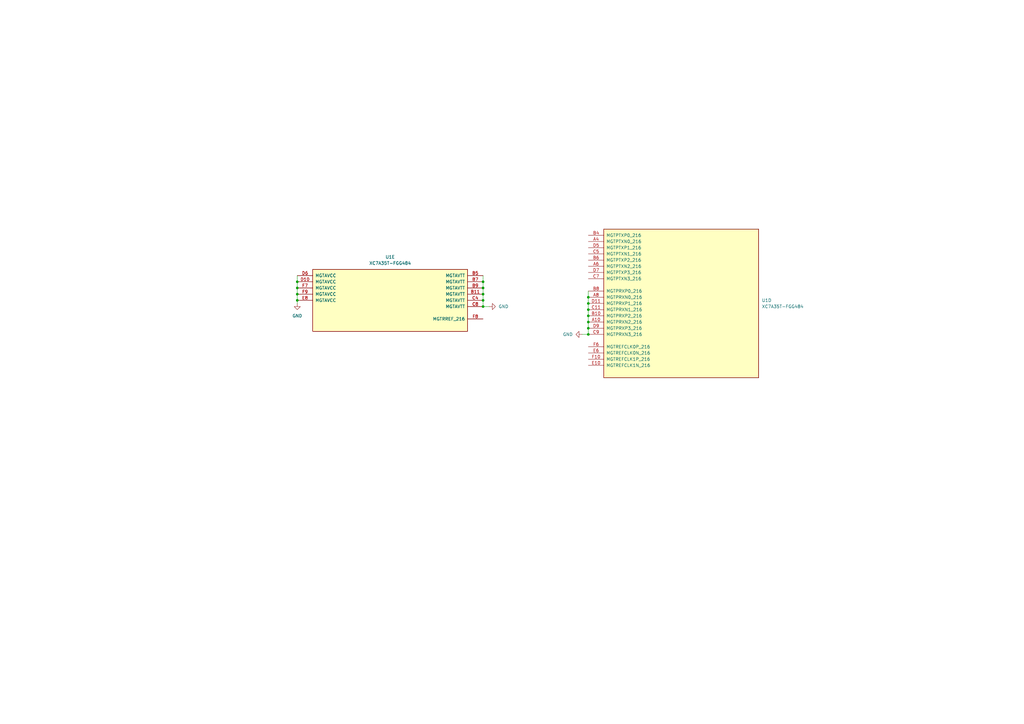
<source format=kicad_sch>
(kicad_sch (version 20230121) (generator eeschema)
  (paper "A3")
  (lib_symbols
    (symbol "FPGA_Xilinx_Artix7:XC7A35T-FGG484" (pin_names (offset 1.016))
      (property "Reference" "U" (at 0 1.27 0))
      (property "Value" "XC7A35T-FGG484" (at 0 -1.27 0))
      (symbol "XC7A35T-FGG484_1_1"
        (rectangle (start -44.45 67.31) (end 44.45 -73.66) (stroke (width 0.254)) (fill (type background)))
        (pin power_in line (at -40.64 73.66 270) (length 6.35) (name "VCCO_13") (number "AA17"))
        (pin bidirectional line (at 50.8 -30.48 180) (length 6.35) (name "IO_L17P_T2_A14_D30_14") (number "AA18"))
        (pin bidirectional line (at 50.8 -20.32 180) (length 6.35) (name "IO_L15P_T2_DQS_RDWR_B_14") (number "AA19"))
        (pin bidirectional line (at 50.8 15.24 180) (length 6.35) (name "IO_L8P_T1_D11_14") (number "AA20"))
        (pin bidirectional line (at 50.8 12.7 180) (length 6.35) (name "IO_L8N_T1_D12_14") (number "AA21"))
        (pin power_in line (at -38.1 73.66 270) (length 6.35) (name "VCCO_13") (number "AB14"))
        (pin bidirectional line (at 50.8 -33.02 180) (length 6.35) (name "IO_L17N_T2_A13_D29_14") (number "AB18"))
        (pin bidirectional line (at 50.8 -22.86 180) (length 6.35) (name "IO_L15N_T2_DQS_DOUT_CSO_B_14") (number "AB20"))
        (pin bidirectional line (at 50.8 5.08 180) (length 6.35) (name "IO_L10P_T1_D14_14") (number "AB21"))
        (pin bidirectional line (at 50.8 2.54 180) (length 6.35) (name "IO_L10N_T1_D15_14") (number "AB22"))
        (pin power_in line (at 27.94 73.66 270) (length 6.35) (name "VCCO_14") (number "M14"))
        (pin bidirectional line (at 50.8 -60.96 180) (length 6.35) (name "IO_L23P_T3_A03_D19_14") (number "N13"))
        (pin bidirectional line (at 50.8 -63.5 180) (length 6.35) (name "IO_L23N_T3_A02_D18_14") (number "N14"))
        (pin bidirectional line (at 50.8 -71.12 180) (length 6.35) (name "IO_25_14") (number "N15"))
        (pin bidirectional line (at 50.8 -50.8 180) (length 6.35) (name "IO_L21P_T3_DQS_14") (number "N17"))
        (pin bidirectional line (at 50.8 -40.64 180) (length 6.35) (name "IO_L19P_T3_A10_D26_14") (number "P14"))
        (pin bidirectional line (at 50.8 -55.88 180) (length 6.35) (name "IO_L22P_T3_A05_D21_14") (number "P15"))
        (pin bidirectional line (at 50.8 -66.04 180) (length 6.35) (name "IO_L24P_T3_A01_D17_14") (number "P16"))
        (pin bidirectional line (at 50.8 -53.34 180) (length 6.35) (name "IO_L21N_T3_DQS_A06_D22_14") (number "P17"))
        (pin power_in line (at 30.48 73.66 270) (length 6.35) (name "VCCO_14") (number "P18"))
        (pin bidirectional line (at 50.8 30.48 180) (length 6.35) (name "IO_L5P_T0_D06_14") (number "P19"))
        (pin bidirectional line (at 50.8 53.34 180) (length 6.35) (name "IO_0_14") (number "P20"))
        (pin bidirectional line (at 50.8 45.72 180) (length 6.35) (name "IO_L2P_T0_D02_14") (number "P21"))
        (pin bidirectional line (at 50.8 50.8 180) (length 6.35) (name "IO_L1P_T0_D00_MOSI_14") (number "P22"))
        (pin bidirectional line (at 50.8 -43.18 180) (length 6.35) (name "IO_L19N_T3_A09_D25_VREF_14") (number "R14"))
        (pin power_in line (at 33.02 73.66 270) (length 6.35) (name "VCCO_14") (number "R15"))
        (pin bidirectional line (at 50.8 -58.42 180) (length 6.35) (name "IO_L22N_T3_A04_D20_14") (number "R16"))
        (pin bidirectional line (at 50.8 -68.58 180) (length 6.35) (name "IO_L24N_T3_A00_D16_14") (number "R17"))
        (pin bidirectional line (at 50.8 -45.72 180) (length 6.35) (name "IO_L20P_T3_A08_D24_14") (number "R18"))
        (pin bidirectional line (at 50.8 27.94 180) (length 6.35) (name "IO_L5N_T0_D07_14") (number "R19"))
        (pin bidirectional line (at 50.8 43.18 180) (length 6.35) (name "IO_L2N_T0_D03_14") (number "R21"))
        (pin bidirectional line (at 50.8 48.26 180) (length 6.35) (name "IO_L1N_T0_D01_DIN_14") (number "R22"))
        (pin bidirectional line (at 50.8 -48.26 180) (length 6.35) (name "IO_L20N_T3_A07_D23_14") (number "T18"))
        (pin bidirectional line (at 50.8 25.4 180) (length 6.35) (name "IO_L6P_T0_FCS_B_14") (number "T19"))
        (pin bidirectional line (at 50.8 22.86 180) (length 6.35) (name "IO_L6N_T0_D08_VREF_14") (number "T20"))
        (pin bidirectional line (at 50.8 35.56 180) (length 6.35) (name "IO_L4P_T0_D04_14") (number "T21"))
        (pin power_in line (at 35.56 73.66 270) (length 6.35) (name "VCCO_14") (number "T22"))
        (pin bidirectional line (at 50.8 -35.56 180) (length 6.35) (name "IO_L18P_T2_A12_D28_14") (number "U17"))
        (pin bidirectional line (at 50.8 -38.1 180) (length 6.35) (name "IO_L18N_T2_A11_D27_14") (number "U18"))
        (pin power_in line (at 38.1 73.66 270) (length 6.35) (name "VCCO_14") (number "U19"))
        (pin bidirectional line (at 50.8 0 180) (length 6.35) (name "IO_L11P_T1_SRCC_14") (number "U20"))
        (pin bidirectional line (at 50.8 33.02 180) (length 6.35) (name "IO_L4N_T0_D05_14") (number "U21"))
        (pin bidirectional line (at 50.8 40.64 180) (length 6.35) (name "IO_L3P_T0_DQS_PUDC_B_14") (number "U22"))
        (pin power_in line (at -35.56 73.66 270) (length 6.35) (name "VCCO_13") (number "V16"))
        (pin bidirectional line (at 50.8 -25.4 180) (length 6.35) (name "IO_L16P_T2_CSI_B_14") (number "V17"))
        (pin bidirectional line (at 50.8 -15.24 180) (length 6.35) (name "IO_L14P_T2_SRCC_14") (number "V18"))
        (pin bidirectional line (at 50.8 -17.78 180) (length 6.35) (name "IO_L14N_T2_SRCC_14") (number "V19"))
        (pin bidirectional line (at 50.8 -2.54 180) (length 6.35) (name "IO_L11N_T1_SRCC_14") (number "V20"))
        (pin bidirectional line (at 50.8 38.1 180) (length 6.35) (name "IO_L3N_T0_DQS_EMCCLK_14") (number "V22"))
        (pin power_in line (at -33.02 73.66 270) (length 6.35) (name "VCCO_13") (number "W13"))
        (pin bidirectional line (at 50.8 -27.94 180) (length 6.35) (name "IO_L16N_T2_A15_D31_14") (number "W17"))
        (pin bidirectional line (at 50.8 -5.08 180) (length 6.35) (name "IO_L12P_T1_MRCC_14") (number "W19"))
        (pin bidirectional line (at 50.8 -7.62 180) (length 6.35) (name "IO_L12N_T1_MRCC_14") (number "W20"))
        (pin bidirectional line (at 50.8 20.32 180) (length 6.35) (name "IO_L7P_T1_D09_14") (number "W21"))
        (pin bidirectional line (at 50.8 17.78 180) (length 6.35) (name "IO_L7N_T1_D10_14") (number "W22"))
        (pin power_in line (at -30.48 73.66 270) (length 6.35) (name "VCCO_13") (number "Y10"))
        (pin bidirectional line (at 50.8 -10.16 180) (length 6.35) (name "IO_L13P_T2_MRCC_14") (number "Y18"))
        (pin bidirectional line (at 50.8 -12.7 180) (length 6.35) (name "IO_L13N_T2_MRCC_14") (number "Y19"))
        (pin power_in line (at 40.64 73.66 270) (length 6.35) (name "VCCO_14") (number "Y20"))
        (pin bidirectional line (at 50.8 10.16 180) (length 6.35) (name "IO_L9P_T1_DQS_14") (number "Y21"))
        (pin bidirectional line (at 50.8 7.62 180) (length 6.35) (name "IO_L9N_T1_DQS_D13_14") (number "Y22"))
      )
      (symbol "XC7A35T-FGG484_2_1"
        (rectangle (start -44.45 67.31) (end 44.45 -73.66) (stroke (width 0.254)) (fill (type background)))
        (pin bidirectional line (at 50.8 5.08 180) (length 6.35) (name "IO_L10P_T1_16") (number "A13"))
        (pin bidirectional line (at 50.8 2.54 180) (length 6.35) (name "IO_L10N_T1_16") (number "A14"))
        (pin bidirectional line (at 50.8 10.16 180) (length 6.35) (name "IO_L9P_T1_DQS_16") (number "A15"))
        (pin bidirectional line (at 50.8 7.62 180) (length 6.35) (name "IO_L9N_T1_DQS_16") (number "A16"))
        (pin power_in line (at 27.94 73.66 270) (length 6.35) (name "VCCO_16") (number "A17"))
        (pin bidirectional line (at 50.8 -30.48 180) (length 6.35) (name "IO_L17P_T2_16") (number "A18"))
        (pin bidirectional line (at 50.8 -33.02 180) (length 6.35) (name "IO_L17N_T2_16") (number "A19"))
        (pin bidirectional line (at 50.8 -27.94 180) (length 6.35) (name "IO_L16N_T2_16") (number "A20"))
        (pin bidirectional line (at 50.8 -53.34 180) (length 6.35) (name "IO_L21N_T3_DQS_16") (number "A21"))
        (pin bidirectional line (at 50.8 12.7 180) (length 6.35) (name "IO_L8N_T1_16") (number "B13"))
        (pin power_in line (at 30.48 73.66 270) (length 6.35) (name "VCCO_16") (number "B14"))
        (pin bidirectional line (at 50.8 20.32 180) (length 6.35) (name "IO_L7P_T1_16") (number "B15"))
        (pin bidirectional line (at 50.8 17.78 180) (length 6.35) (name "IO_L7N_T1_16") (number "B16"))
        (pin bidirectional line (at 50.8 0 180) (length 6.35) (name "IO_L11P_T1_SRCC_16") (number "B17"))
        (pin bidirectional line (at 50.8 -2.54 180) (length 6.35) (name "IO_L11N_T1_SRCC_16") (number "B18"))
        (pin bidirectional line (at 50.8 -25.4 180) (length 6.35) (name "IO_L16P_T2_16") (number "B20"))
        (pin bidirectional line (at 50.8 -50.8 180) (length 6.35) (name "IO_L21P_T3_DQS_16") (number "B21"))
        (pin bidirectional line (at 50.8 -48.26 180) (length 6.35) (name "IO_L20N_T3_16") (number "B22"))
        (pin bidirectional line (at 50.8 15.24 180) (length 6.35) (name "IO_L8P_T1_16") (number "C13"))
        (pin bidirectional line (at 50.8 40.64 180) (length 6.35) (name "IO_L3P_T0_DQS_16") (number "C14"))
        (pin bidirectional line (at 50.8 38.1 180) (length 6.35) (name "IO_L3N_T0_DQS_16") (number "C15"))
        (pin bidirectional line (at 50.8 -7.62 180) (length 6.35) (name "IO_L12N_T1_MRCC_16") (number "C17"))
        (pin bidirectional line (at 50.8 -10.16 180) (length 6.35) (name "IO_L13P_T2_MRCC_16") (number "C18"))
        (pin bidirectional line (at 50.8 -12.7 180) (length 6.35) (name "IO_L13N_T2_MRCC_16") (number "C19"))
        (pin bidirectional line (at 50.8 -43.18 180) (length 6.35) (name "IO_L19N_T3_VREF_16") (number "C20"))
        (pin power_in line (at 33.02 73.66 270) (length 6.35) (name "VCCO_16") (number "C21"))
        (pin bidirectional line (at 50.8 -45.72 180) (length 6.35) (name "IO_L20P_T3_16") (number "C22"))
        (pin bidirectional line (at 50.8 25.4 180) (length 6.35) (name "IO_L6P_T0_16") (number "D14"))
        (pin bidirectional line (at 50.8 22.86 180) (length 6.35) (name "IO_L6N_T0_VREF_16") (number "D15"))
        (pin bidirectional line (at 50.8 27.94 180) (length 6.35) (name "IO_L5N_T0_16") (number "D16"))
        (pin bidirectional line (at 50.8 -5.08 180) (length 6.35) (name "IO_L12P_T1_MRCC_16") (number "D17"))
        (pin power_in line (at 35.56 73.66 270) (length 6.35) (name "VCCO_16") (number "D18"))
        (pin bidirectional line (at 50.8 -17.78 180) (length 6.35) (name "IO_L14N_T2_SRCC_16") (number "D19"))
        (pin bidirectional line (at 50.8 -40.64 180) (length 6.35) (name "IO_L19P_T3_16") (number "D20"))
        (pin bidirectional line (at 50.8 -63.5 180) (length 6.35) (name "IO_L23N_T3_16") (number "D21"))
        (pin bidirectional line (at 50.8 -58.42 180) (length 6.35) (name "IO_L22N_T3_16") (number "D22"))
        (pin bidirectional line (at 50.8 35.56 180) (length 6.35) (name "IO_L4P_T0_16") (number "E13"))
        (pin bidirectional line (at 50.8 33.02 180) (length 6.35) (name "IO_L4N_T0_16") (number "E14"))
        (pin power_in line (at 38.1 73.66 270) (length 6.35) (name "VCCO_16") (number "E15"))
        (pin bidirectional line (at 50.8 30.48 180) (length 6.35) (name "IO_L5P_T0_16") (number "E16"))
        (pin bidirectional line (at 50.8 43.18 180) (length 6.35) (name "IO_L2N_T0_16") (number "E17"))
        (pin bidirectional line (at 50.8 -22.86 180) (length 6.35) (name "IO_L15N_T2_DQS_16") (number "E18"))
        (pin bidirectional line (at 50.8 -15.24 180) (length 6.35) (name "IO_L14P_T2_SRCC_16") (number "E19"))
        (pin bidirectional line (at 50.8 -60.96 180) (length 6.35) (name "IO_L23P_T3_16") (number "E21"))
        (pin bidirectional line (at 50.8 -55.88 180) (length 6.35) (name "IO_L22P_T3_16") (number "E22"))
        (pin bidirectional line (at 50.8 50.8 180) (length 6.35) (name "IO_L1P_T0_16") (number "F13"))
        (pin bidirectional line (at 50.8 48.26 180) (length 6.35) (name "IO_L1N_T0_16") (number "F14"))
        (pin bidirectional line (at 50.8 53.34 180) (length 6.35) (name "IO_0_16") (number "F15"))
        (pin bidirectional line (at 50.8 45.72 180) (length 6.35) (name "IO_L2P_T0_16") (number "F16"))
        (pin bidirectional line (at 50.8 -20.32 180) (length 6.35) (name "IO_L15P_T2_DQS_16") (number "F18"))
        (pin bidirectional line (at 50.8 -35.56 180) (length 6.35) (name "IO_L18P_T2_16") (number "F19"))
        (pin bidirectional line (at 50.8 -38.1 180) (length 6.35) (name "IO_L18N_T2_16") (number "F20"))
        (pin bidirectional line (at 50.8 -71.12 180) (length 6.35) (name "IO_25_16") (number "F21"))
        (pin power_in line (at 40.64 73.66 270) (length 6.35) (name "VCCO_16") (number "F22"))
        (pin bidirectional line (at -50.8 48.26 0) (length 6.35) (name "IO_L1N_T0_AD0N_15") (number "G13"))
        (pin bidirectional line (at -50.8 45.72 0) (length 6.35) (name "IO_L2P_T0_AD8P_15") (number "G15"))
        (pin bidirectional line (at -50.8 43.18 0) (length 6.35) (name "IO_L2N_T0_AD8N_15") (number "G16"))
        (pin bidirectional line (at -50.8 35.56 0) (length 6.35) (name "IO_L4P_T0_15") (number "G17"))
        (pin bidirectional line (at -50.8 33.02 0) (length 6.35) (name "IO_L4N_T0_15") (number "G18"))
        (pin power_in line (at -40.64 73.66 270) (length 6.35) (name "VCCO_15") (number "G19"))
        (pin bidirectional line (at -50.8 12.7 0) (length 6.35) (name "IO_L8N_T1_AD10N_15") (number "G20"))
        (pin bidirectional line (at 50.8 -66.04 180) (length 6.35) (name "IO_L24P_T3_16") (number "G21"))
        (pin bidirectional line (at 50.8 -68.58 180) (length 6.35) (name "IO_L24N_T3_16") (number "G22"))
        (pin bidirectional line (at -50.8 50.8 0) (length 6.35) (name "IO_L1P_T0_AD0P_15") (number "H13"))
        (pin bidirectional line (at -50.8 38.1 0) (length 6.35) (name "IO_L3N_T0_DQS_AD1N_15") (number "H14"))
        (pin bidirectional line (at -50.8 27.94 0) (length 6.35) (name "IO_L5N_T0_AD9N_15") (number "H15"))
        (pin power_in line (at -38.1 73.66 270) (length 6.35) (name "VCCO_15") (number "H16"))
        (pin bidirectional line (at -50.8 25.4 0) (length 6.35) (name "IO_L6P_T0_15") (number "H17"))
        (pin bidirectional line (at -50.8 22.86 0) (length 6.35) (name "IO_L6N_T0_VREF_15") (number "H18"))
        (pin bidirectional line (at -50.8 -7.62 0) (length 6.35) (name "IO_L12N_T1_MRCC_15") (number "H19"))
        (pin bidirectional line (at -50.8 15.24 0) (length 6.35) (name "IO_L8P_T1_AD10P_15") (number "H20"))
        (pin bidirectional line (at -50.8 17.78 0) (length 6.35) (name "IO_L7N_T1_AD2N_15") (number "H22"))
        (pin power_in line (at -35.56 73.66 270) (length 6.35) (name "VCCO_15") (number "J13"))
        (pin bidirectional line (at -50.8 40.64 0) (length 6.35) (name "IO_L3P_T0_DQS_AD1P_15") (number "J14"))
        (pin bidirectional line (at -50.8 30.48 0) (length 6.35) (name "IO_L5P_T0_AD9P_15") (number "J15"))
        (pin bidirectional line (at -50.8 53.34 0) (length 6.35) (name "IO_0_15") (number "J16"))
        (pin bidirectional line (at -50.8 -53.34 0) (length 6.35) (name "IO_L21N_T3_DQS_A18_15") (number "J17"))
        (pin bidirectional line (at -50.8 -5.08 0) (length 6.35) (name "IO_L12P_T1_MRCC_15") (number "J19"))
        (pin bidirectional line (at -50.8 0 0) (length 6.35) (name "IO_L11P_T1_SRCC_15") (number "J20"))
        (pin bidirectional line (at -50.8 -2.54 0) (length 6.35) (name "IO_L11N_T1_SRCC_15") (number "J21"))
        (pin bidirectional line (at -50.8 20.32 0) (length 6.35) (name "IO_L7P_T1_AD2P_15") (number "J22"))
        (pin bidirectional line (at -50.8 -40.64 0) (length 6.35) (name "IO_L19P_T3_A22_15") (number "K13"))
        (pin bidirectional line (at -50.8 -43.18 0) (length 6.35) (name "IO_L19N_T3_A21_VREF_15") (number "K14"))
        (pin bidirectional line (at -50.8 -63.5 0) (length 6.35) (name "IO_L23N_T3_FWE_B_15") (number "K16"))
        (pin bidirectional line (at -50.8 -50.8 0) (length 6.35) (name "IO_L21P_T3_DQS_15") (number "K17"))
        (pin bidirectional line (at -50.8 -10.16 0) (length 6.35) (name "IO_L13P_T2_MRCC_15") (number "K18"))
        (pin bidirectional line (at -50.8 -12.7 0) (length 6.35) (name "IO_L13N_T2_MRCC_15") (number "K19"))
        (pin power_in line (at -33.02 73.66 270) (length 6.35) (name "VCCO_15") (number "K20"))
        (pin bidirectional line (at -50.8 10.16 0) (length 6.35) (name "IO_L9P_T1_DQS_AD3P_15") (number "K21"))
        (pin bidirectional line (at -50.8 7.62 0) (length 6.35) (name "IO_L9N_T1_DQS_AD3N_15") (number "K22"))
        (pin bidirectional line (at -50.8 -48.26 0) (length 6.35) (name "IO_L20N_T3_A19_15") (number "L13"))
        (pin bidirectional line (at -50.8 -55.88 0) (length 6.35) (name "IO_L22P_T3_A17_15") (number "L14"))
        (pin bidirectional line (at -50.8 -58.42 0) (length 6.35) (name "IO_L22N_T3_A16_15") (number "L15"))
        (pin bidirectional line (at -50.8 -60.96 0) (length 6.35) (name "IO_L23P_T3_FOE_B_15") (number "L16"))
        (pin power_in line (at -30.48 73.66 270) (length 6.35) (name "VCCO_15") (number "L17"))
        (pin bidirectional line (at -50.8 -27.94 0) (length 6.35) (name "IO_L16N_T2_A27_15") (number "L18"))
        (pin bidirectional line (at -50.8 -15.24 0) (length 6.35) (name "IO_L14P_T2_SRCC_15") (number "L19"))
        (pin bidirectional line (at -50.8 -17.78 0) (length 6.35) (name "IO_L14N_T2_SRCC_15") (number "L20"))
        (pin bidirectional line (at -50.8 2.54 0) (length 6.35) (name "IO_L10N_T1_AD11N_15") (number "L21"))
        (pin bidirectional line (at -50.8 -45.72 0) (length 6.35) (name "IO_L20P_T3_A20_15") (number "M13"))
        (pin bidirectional line (at -50.8 -66.04 0) (length 6.35) (name "IO_L24P_T3_RS1_15") (number "M15"))
        (pin bidirectional line (at -50.8 -68.58 0) (length 6.35) (name "IO_L24N_T3_RS0_15") (number "M16"))
        (pin bidirectional line (at -50.8 -71.12 0) (length 6.35) (name "IO_25_15") (number "M17"))
        (pin bidirectional line (at -50.8 -25.4 0) (length 6.35) (name "IO_L16P_T2_A28_15") (number "M18"))
        (pin bidirectional line (at -50.8 -38.1 0) (length 6.35) (name "IO_L18N_T2_A23_15") (number "M20"))
        (pin bidirectional line (at -50.8 5.08 0) (length 6.35) (name "IO_L10P_T1_AD11P_15") (number "M21"))
        (pin bidirectional line (at -50.8 -22.86 0) (length 6.35) (name "IO_L15N_T2_DQS_ADV_B_15") (number "M22"))
        (pin bidirectional line (at -50.8 -30.48 0) (length 6.35) (name "IO_L17P_T2_A26_15") (number "N18"))
        (pin bidirectional line (at -50.8 -33.02 0) (length 6.35) (name "IO_L17N_T2_A25_15") (number "N19"))
        (pin bidirectional line (at -50.8 -35.56 0) (length 6.35) (name "IO_L18P_T2_A24_15") (number "N20"))
        (pin power_in line (at -27.94 73.66 270) (length 6.35) (name "VCCO_15") (number "N21"))
        (pin bidirectional line (at -50.8 -20.32 0) (length 6.35) (name "IO_L15P_T2_DQS_15") (number "N22"))
      )
      (symbol "XC7A35T-FGG484_3_1"
        (rectangle (start -44.45 67.31) (end 44.45 -73.66) (stroke (width 0.254)) (fill (type background)))
        (pin bidirectional line (at 50.8 48.26 180) (length 6.35) (name "IO_L1N_T0_AD4N_35") (number "A1"))
        (pin bidirectional line (at -50.8 20.32 0) (length 6.35) (name "IO_L7P_T1_34") (number "AA1"))
        (pin bidirectional line (at -50.8 7.62 0) (length 6.35) (name "IO_L9N_T1_DQS_34") (number "AA3"))
        (pin bidirectional line (at -50.8 -2.54 0) (length 6.35) (name "IO_L11N_T1_SRCC_34") (number "AA4"))
        (pin bidirectional line (at -50.8 5.08 0) (length 6.35) (name "IO_L10P_T1_34") (number "AA5"))
        (pin bidirectional line (at -50.8 -38.1 0) (length 6.35) (name "IO_L18N_T2_34") (number "AA6"))
        (pin power_in line (at -40.64 73.66 270) (length 6.35) (name "VCCO_34") (number "AA7"))
        (pin bidirectional line (at -50.8 -55.88 0) (length 6.35) (name "IO_L22P_T3_34") (number "AA8"))
        (pin bidirectional line (at -50.8 17.78 0) (length 6.35) (name "IO_L7N_T1_34") (number "AB1"))
        (pin bidirectional line (at -50.8 12.7 0) (length 6.35) (name "IO_L8N_T1_34") (number "AB2"))
        (pin bidirectional line (at -50.8 15.24 0) (length 6.35) (name "IO_L8P_T1_34") (number "AB3"))
        (pin power_in line (at -38.1 73.66 270) (length 6.35) (name "VCCO_34") (number "AB4"))
        (pin bidirectional line (at -50.8 2.54 0) (length 6.35) (name "IO_L10N_T1_34") (number "AB5"))
        (pin bidirectional line (at -50.8 -48.26 0) (length 6.35) (name "IO_L20N_T3_34") (number "AB6"))
        (pin bidirectional line (at -50.8 -45.72 0) (length 6.35) (name "IO_L20P_T3_34") (number "AB7"))
        (pin bidirectional line (at -50.8 -58.42 0) (length 6.35) (name "IO_L22N_T3_34") (number "AB8"))
        (pin bidirectional line (at 50.8 50.8 180) (length 6.35) (name "IO_L1P_T0_AD4P_35") (number "B1"))
        (pin bidirectional line (at 50.8 43.18 180) (length 6.35) (name "IO_L2N_T0_AD12N_35") (number "B2"))
        (pin power_in line (at 27.94 73.66 270) (length 6.35) (name "VCCO_35") (number "C1"))
        (pin bidirectional line (at 50.8 45.72 180) (length 6.35) (name "IO_L2P_T0_AD12P_35") (number "C2"))
        (pin bidirectional line (at 50.8 38.1 180) (length 6.35) (name "IO_L3N_T0_DQS_AD5N_35") (number "D1"))
        (pin bidirectional line (at 50.8 33.02 180) (length 6.35) (name "IO_L4N_T0_35") (number "D2"))
        (pin bidirectional line (at 50.8 40.64 180) (length 6.35) (name "IO_L3P_T0_DQS_AD5P_35") (number "E1"))
        (pin bidirectional line (at 50.8 35.56 180) (length 6.35) (name "IO_L4P_T0_35") (number "E2"))
        (pin bidirectional line (at 50.8 22.86 180) (length 6.35) (name "IO_L6N_T0_VREF_35") (number "E3"))
        (pin bidirectional line (at 50.8 27.94 180) (length 6.35) (name "IO_L5N_T0_AD13N_35") (number "F1"))
        (pin power_in line (at 30.48 73.66 270) (length 6.35) (name "VCCO_35") (number "F2"))
        (pin bidirectional line (at 50.8 25.4 180) (length 6.35) (name "IO_L6P_T0_35") (number "F3"))
        (pin bidirectional line (at 50.8 53.34 180) (length 6.35) (name "IO_0_35") (number "F4"))
        (pin bidirectional line (at 50.8 30.48 180) (length 6.35) (name "IO_L5P_T0_AD13P_35") (number "G1"))
        (pin bidirectional line (at 50.8 12.7 180) (length 6.35) (name "IO_L8N_T1_AD14N_35") (number "G2"))
        (pin bidirectional line (at 50.8 -2.54 180) (length 6.35) (name "IO_L11N_T1_SRCC_35") (number "G3"))
        (pin bidirectional line (at 50.8 -7.62 180) (length 6.35) (name "IO_L12N_T1_MRCC_35") (number "G4"))
        (pin bidirectional line (at 50.8 15.24 180) (length 6.35) (name "IO_L8P_T1_AD14P_35") (number "H2"))
        (pin bidirectional line (at 50.8 0 180) (length 6.35) (name "IO_L11P_T1_SRCC_35") (number "H3"))
        (pin bidirectional line (at 50.8 -5.08 180) (length 6.35) (name "IO_L12P_T1_MRCC_35") (number "H4"))
        (pin bidirectional line (at 50.8 2.54 180) (length 6.35) (name "IO_L10N_T1_AD15N_35") (number "H5"))
        (pin power_in line (at 33.02 73.66 270) (length 6.35) (name "VCCO_35") (number "H6"))
        (pin bidirectional line (at 50.8 17.78 180) (length 6.35) (name "IO_L7N_T1_AD6N_35") (number "J1"))
        (pin bidirectional line (at 50.8 7.62 180) (length 6.35) (name "IO_L9N_T1_DQS_AD7N_35") (number "J2"))
        (pin power_in line (at 35.56 73.66 270) (length 6.35) (name "VCCO_35") (number "J3"))
        (pin bidirectional line (at 50.8 -12.7 180) (length 6.35) (name "IO_L13N_T2_MRCC_35") (number "J4"))
        (pin bidirectional line (at 50.8 5.08 180) (length 6.35) (name "IO_L10P_T1_AD15P_35") (number "J5"))
        (pin bidirectional line (at 50.8 -33.02 180) (length 6.35) (name "IO_L17N_T2_35") (number "J6"))
        (pin bidirectional line (at 50.8 20.32 180) (length 6.35) (name "IO_L7P_T1_AD6P_35") (number "K1"))
        (pin bidirectional line (at 50.8 10.16 180) (length 6.35) (name "IO_L9P_T1_DQS_AD7P_35") (number "K2"))
        (pin bidirectional line (at 50.8 -17.78 180) (length 6.35) (name "IO_L14N_T2_SRCC_35") (number "K3"))
        (pin bidirectional line (at 50.8 -10.16 180) (length 6.35) (name "IO_L13P_T2_MRCC_35") (number "K4"))
        (pin bidirectional line (at 50.8 -30.48 180) (length 6.35) (name "IO_L17P_T2_35") (number "K6"))
        (pin bidirectional line (at 50.8 -22.86 180) (length 6.35) (name "IO_L15N_T2_DQS_35") (number "L1"))
        (pin bidirectional line (at 50.8 -15.24 180) (length 6.35) (name "IO_L14P_T2_SRCC_35") (number "L3"))
        (pin bidirectional line (at 50.8 -38.1 180) (length 6.35) (name "IO_L18N_T2_35") (number "L4"))
        (pin bidirectional line (at 50.8 -35.56 180) (length 6.35) (name "IO_L18P_T2_35") (number "L5"))
        (pin bidirectional line (at 50.8 -71.12 180) (length 6.35) (name "IO_25_35") (number "L6"))
        (pin bidirectional line (at 50.8 -20.32 180) (length 6.35) (name "IO_L15P_T2_DQS_35") (number "M1"))
        (pin bidirectional line (at 50.8 -27.94 180) (length 6.35) (name "IO_L16N_T2_35") (number "M2"))
        (pin bidirectional line (at 50.8 -25.4 180) (length 6.35) (name "IO_L16P_T2_35") (number "M3"))
        (pin power_in line (at 38.1 73.66 270) (length 6.35) (name "VCCO_35") (number "M4"))
        (pin bidirectional line (at 50.8 -63.5 180) (length 6.35) (name "IO_L23N_T3_35") (number "M5"))
        (pin bidirectional line (at 50.8 -60.96 180) (length 6.35) (name "IO_L23P_T3_35") (number "M6"))
        (pin power_in line (at 40.64 73.66 270) (length 6.35) (name "VCCO_35") (number "N1"))
        (pin bidirectional line (at 50.8 -58.42 180) (length 6.35) (name "IO_L22N_T3_35") (number "N2"))
        (pin bidirectional line (at 50.8 -43.18 180) (length 6.35) (name "IO_L19N_T3_VREF_35") (number "N3"))
        (pin bidirectional line (at 50.8 -40.64 180) (length 6.35) (name "IO_L19P_T3_35") (number "N4"))
        (pin bidirectional line (at 50.8 -68.58 180) (length 6.35) (name "IO_L24N_T3_35") (number "N5"))
        (pin bidirectional line (at 50.8 -48.26 180) (length 6.35) (name "IO_L20N_T3_35") (number "P1"))
        (pin bidirectional line (at 50.8 -55.88 180) (length 6.35) (name "IO_L22P_T3_35") (number "P2"))
        (pin bidirectional line (at 50.8 -53.34 180) (length 6.35) (name "IO_L21N_T3_DQS_35") (number "P4"))
        (pin bidirectional line (at 50.8 -50.8 180) (length 6.35) (name "IO_L21P_T3_DQS_35") (number "P5"))
        (pin bidirectional line (at 50.8 -66.04 180) (length 6.35) (name "IO_L24P_T3_35") (number "P6"))
        (pin bidirectional line (at 50.8 -45.72 180) (length 6.35) (name "IO_L20P_T3_35") (number "R1"))
        (pin bidirectional line (at -50.8 38.1 0) (length 6.35) (name "IO_L3N_T0_DQS_34") (number "R2"))
        (pin bidirectional line (at -50.8 40.64 0) (length 6.35) (name "IO_L3P_T0_DQS_34") (number "R3"))
        (pin bidirectional line (at -50.8 -10.16 0) (length 6.35) (name "IO_L13P_T2_MRCC_34") (number "R4"))
        (pin power_in line (at -35.56 73.66 270) (length 6.35) (name "VCCO_34") (number "R5"))
        (pin bidirectional line (at -50.8 -30.48 0) (length 6.35) (name "IO_L17P_T2_34") (number "R6"))
        (pin bidirectional line (at -50.8 50.8 0) (length 6.35) (name "IO_L1P_T0_34") (number "T1"))
        (pin power_in line (at -33.02 73.66 270) (length 6.35) (name "VCCO_34") (number "T2"))
        (pin bidirectional line (at -50.8 53.34 0) (length 6.35) (name "IO_0_34") (number "T3"))
        (pin bidirectional line (at -50.8 -12.7 0) (length 6.35) (name "IO_L13N_T2_MRCC_34") (number "T4"))
        (pin bidirectional line (at -50.8 -15.24 0) (length 6.35) (name "IO_L14P_T2_SRCC_34") (number "T5"))
        (pin bidirectional line (at -50.8 -33.02 0) (length 6.35) (name "IO_L17N_T2_34") (number "T6"))
        (pin bidirectional line (at -50.8 48.26 0) (length 6.35) (name "IO_L1N_T0_34") (number "U1"))
        (pin bidirectional line (at -50.8 45.72 0) (length 6.35) (name "IO_L2P_T0_34") (number "U2"))
        (pin bidirectional line (at -50.8 25.4 0) (length 6.35) (name "IO_L6P_T0_34") (number "U3"))
        (pin bidirectional line (at -50.8 -17.78 0) (length 6.35) (name "IO_L14N_T2_SRCC_34") (number "U5"))
        (pin bidirectional line (at -50.8 -25.4 0) (length 6.35) (name "IO_L16P_T2_34") (number "U6"))
        (pin bidirectional line (at -50.8 -71.12 0) (length 6.35) (name "IO_25_34") (number "U7"))
        (pin bidirectional line (at -50.8 43.18 0) (length 6.35) (name "IO_L2N_T0_34") (number "V2"))
        (pin bidirectional line (at -50.8 22.86 0) (length 6.35) (name "IO_L6N_T0_VREF_34") (number "V3"))
        (pin bidirectional line (at -50.8 -5.08 0) (length 6.35) (name "IO_L12P_T1_MRCC_34") (number "V4"))
        (pin bidirectional line (at -50.8 -27.94 0) (length 6.35) (name "IO_L16N_T2_34") (number "V5"))
        (pin power_in line (at -30.48 73.66 270) (length 6.35) (name "VCCO_34") (number "V6"))
        (pin bidirectional line (at -50.8 -40.64 0) (length 6.35) (name "IO_L19P_T3_34") (number "V7"))
        (pin bidirectional line (at -50.8 -53.34 0) (length 6.35) (name "IO_L21N_T3_DQS_34") (number "V8"))
        (pin bidirectional line (at -50.8 -50.8 0) (length 6.35) (name "IO_L21P_T3_DQS_34") (number "V9"))
        (pin bidirectional line (at -50.8 30.48 0) (length 6.35) (name "IO_L5P_T0_34") (number "W1"))
        (pin bidirectional line (at -50.8 35.56 0) (length 6.35) (name "IO_L4P_T0_34") (number "W2"))
        (pin power_in line (at -27.94 73.66 270) (length 6.35) (name "VCCO_34") (number "W3"))
        (pin bidirectional line (at -50.8 -7.62 0) (length 6.35) (name "IO_L12N_T1_MRCC_34") (number "W4"))
        (pin bidirectional line (at -50.8 -22.86 0) (length 6.35) (name "IO_L15N_T2_DQS_34") (number "W5"))
        (pin bidirectional line (at -50.8 -20.32 0) (length 6.35) (name "IO_L15P_T2_DQS_34") (number "W6"))
        (pin bidirectional line (at -50.8 -43.18 0) (length 6.35) (name "IO_L19N_T3_VREF_34") (number "W7"))
        (pin bidirectional line (at -50.8 -66.04 0) (length 6.35) (name "IO_L24P_T3_34") (number "W9"))
        (pin bidirectional line (at -50.8 27.94 0) (length 6.35) (name "IO_L5N_T0_34") (number "Y1"))
        (pin bidirectional line (at -50.8 33.02 0) (length 6.35) (name "IO_L4N_T0_34") (number "Y2"))
        (pin bidirectional line (at -50.8 10.16 0) (length 6.35) (name "IO_L9P_T1_DQS_34") (number "Y3"))
        (pin bidirectional line (at -50.8 0 0) (length 6.35) (name "IO_L11P_T1_SRCC_34") (number "Y4"))
        (pin bidirectional line (at -50.8 -35.56 0) (length 6.35) (name "IO_L18P_T2_34") (number "Y6"))
        (pin bidirectional line (at -50.8 -63.5 0) (length 6.35) (name "IO_L23N_T3_34") (number "Y7"))
        (pin bidirectional line (at -50.8 -60.96 0) (length 6.35) (name "IO_L23P_T3_34") (number "Y8"))
        (pin bidirectional line (at -50.8 -68.58 0) (length 6.35) (name "IO_L24N_T3_34") (number "Y9"))
      )
      (symbol "XC7A35T-FGG484_4_1"
        (rectangle (start -31.75 30.48) (end 31.75 -30.48) (stroke (width 0.254)) (fill (type background)))
        (pin bidirectional line (at -38.1 -7.62 0) (length 6.35) (name "MGTPRXN2_216") (number "A10"))
        (pin bidirectional line (at -38.1 25.4 0) (length 6.35) (name "MGTPTXN0_216") (number "A4"))
        (pin bidirectional line (at -38.1 15.24 0) (length 6.35) (name "MGTPTXN2_216") (number "A6"))
        (pin bidirectional line (at -38.1 2.54 0) (length 6.35) (name "MGTPRXN0_216") (number "A8"))
        (pin bidirectional line (at -38.1 -5.08 0) (length 6.35) (name "MGTPRXP2_216") (number "B10"))
        (pin bidirectional line (at -38.1 27.94 0) (length 6.35) (name "MGTPTXP0_216") (number "B4"))
        (pin bidirectional line (at -38.1 17.78 0) (length 6.35) (name "MGTPTXP2_216") (number "B6"))
        (pin bidirectional line (at -38.1 5.08 0) (length 6.35) (name "MGTPRXP0_216") (number "B8"))
        (pin bidirectional line (at -38.1 -2.54 0) (length 6.35) (name "MGTPRXN1_216") (number "C11"))
        (pin bidirectional line (at -38.1 20.32 0) (length 6.35) (name "MGTPTXN1_216") (number "C5"))
        (pin bidirectional line (at -38.1 10.16 0) (length 6.35) (name "MGTPTXN3_216") (number "C7"))
        (pin bidirectional line (at -38.1 -12.7 0) (length 6.35) (name "MGTPRXN3_216") (number "C9"))
        (pin bidirectional line (at -38.1 0 0) (length 6.35) (name "MGTPRXP1_216") (number "D11"))
        (pin bidirectional line (at -38.1 22.86 0) (length 6.35) (name "MGTPTXP1_216") (number "D5"))
        (pin bidirectional line (at -38.1 12.7 0) (length 6.35) (name "MGTPTXP3_216") (number "D7"))
        (pin bidirectional line (at -38.1 -10.16 0) (length 6.35) (name "MGTPRXP3_216") (number "D9"))
        (pin bidirectional line (at -38.1 -25.4 0) (length 6.35) (name "MGTREFCLK1N_216") (number "E10"))
        (pin bidirectional line (at -38.1 -20.32 0) (length 6.35) (name "MGTREFCLK0N_216") (number "E6"))
        (pin bidirectional line (at -38.1 -22.86 0) (length 6.35) (name "MGTREFCLK1P_216") (number "F10"))
        (pin bidirectional line (at -38.1 -17.78 0) (length 6.35) (name "MGTREFCLK0P_216") (number "F6"))
      )
      (symbol "XC7A35T-FGG484_5_1"
        (rectangle (start -31.75 12.7) (end 31.75 -12.7) (stroke (width 0.254)) (fill (type background)))
        (pin power_in line (at 38.1 2.54 180) (length 6.35) (name "MGTAVTT") (number "B11"))
        (pin power_in line (at 38.1 10.16 180) (length 6.35) (name "MGTAVTT") (number "B5"))
        (pin power_in line (at 38.1 7.62 180) (length 6.35) (name "MGTAVTT") (number "B7"))
        (pin power_in line (at 38.1 5.08 180) (length 6.35) (name "MGTAVTT") (number "B9"))
        (pin power_in line (at 38.1 0 180) (length 6.35) (name "MGTAVTT") (number "C4"))
        (pin power_in line (at 38.1 -2.54 180) (length 6.35) (name "MGTAVTT") (number "C8"))
        (pin power_in line (at -38.1 7.62 0) (length 6.35) (name "MGTAVCC") (number "D10"))
        (pin power_in line (at -38.1 10.16 0) (length 6.35) (name "MGTAVCC") (number "D6"))
        (pin power_in line (at -38.1 0 0) (length 6.35) (name "MGTAVCC") (number "E8"))
        (pin power_in line (at -38.1 5.08 0) (length 6.35) (name "MGTAVCC") (number "F7"))
        (pin power_in line (at 38.1 -7.62 180) (length 6.35) (name "MGTRREF_216") (number "F8"))
        (pin power_in line (at -38.1 2.54 0) (length 6.35) (name "MGTAVCC") (number "F9"))
      )
      (symbol "XC7A35T-FGG484_6_1"
        (rectangle (start -31.75 34.29) (end 31.75 -40.64) (stroke (width 0.254)) (fill (type background)))
        (pin power_in line (at 25.4 40.64 270) (length 6.35) (name "VCCO_0") (number "F12"))
        (pin bidirectional line (at 38.1 -5.08 180) (length 6.35) (name "DONE_0") (number "G11"))
        (pin bidirectional line (at 38.1 -20.32 180) (length 6.35) (name "VP_0") (number "L10"))
        (pin bidirectional line (at 38.1 7.62 180) (length 6.35) (name "CCLK_0") (number "L12"))
        (pin bidirectional line (at 38.1 -30.48 180) (length 6.35) (name "VREFN_0") (number "L9"))
        (pin bidirectional line (at 38.1 -27.94 180) (length 6.35) (name "VREFP_0") (number "M10"))
        (pin bidirectional line (at 38.1 -22.86 180) (length 6.35) (name "VN_0") (number "M9"))
        (pin bidirectional line (at 38.1 -35.56 180) (length 6.35) (name "DXP_0") (number "N10"))
        (pin bidirectional line (at 38.1 -10.16 180) (length 6.35) (name "PROGRAM_B_0") (number "N12"))
        (pin bidirectional line (at 38.1 -38.1 180) (length 6.35) (name "DXN_0") (number "N9"))
        (pin bidirectional line (at 38.1 20.32 180) (length 6.35) (name "TDI_0") (number "R13"))
        (pin power_in line (at 27.94 40.64 270) (length 6.35) (name "VCCO_0") (number "T12"))
        (pin bidirectional line (at 38.1 15.24 180) (length 6.35) (name "TMS_0") (number "T13"))
        (pin bidirectional line (at 38.1 2.54 180) (length 6.35) (name "M1_0") (number "U10"))
        (pin bidirectional line (at 38.1 5.08 180) (length 6.35) (name "M0_0") (number "U11"))
        (pin bidirectional line (at 38.1 -7.62 180) (length 6.35) (name "INIT_B_0") (number "U12"))
        (pin bidirectional line (at 38.1 17.78 180) (length 6.35) (name "TDO_0") (number "U13"))
        (pin bidirectional line (at 38.1 -15.24 180) (length 6.35) (name "CFGBVS_0") (number "U8"))
        (pin bidirectional line (at 38.1 0 180) (length 6.35) (name "M2_0") (number "U9"))
        (pin bidirectional line (at 38.1 12.7 180) (length 6.35) (name "TCK_0") (number "V12"))
      )
      (symbol "XC7A35T-FGG484_7_1"
        (rectangle (start -19.05 76.2) (end 19.05 -76.2) (stroke (width 0.254)) (fill (type background)))
        (pin power_in line (at -25.4 22.86 0) (length 6.35) (name "GND") (number "A11"))
        (pin power_in line (at -25.4 20.32 0) (length 6.35) (name "GND") (number "A12"))
        (pin power_in line (at -25.4 35.56 0) (length 6.35) (name "GND") (number "A2"))
        (pin power_in line (at -25.4 17.78 0) (length 6.35) (name "GND") (number "A22"))
        (pin power_in line (at -25.4 33.02 0) (length 6.35) (name "GND") (number "A3"))
        (pin power_in line (at -25.4 30.48 0) (length 6.35) (name "GND") (number "A5"))
        (pin power_in line (at -25.4 27.94 0) (length 6.35) (name "GND") (number "A7"))
        (pin power_in line (at -25.4 25.4 0) (length 6.35) (name "GND") (number "A9"))
        (pin power_in line (at 25.4 -66.04 180) (length 6.35) (name "GND") (number "AA12"))
        (pin power_in line (at 25.4 -63.5 180) (length 6.35) (name "GND") (number "AA2"))
        (pin power_in line (at 25.4 -68.58 180) (length 6.35) (name "GND") (number "AA22"))
        (pin power_in line (at 25.4 -73.66 180) (length 6.35) (name "GND") (number "AB19"))
        (pin power_in line (at 25.4 -71.12 180) (length 6.35) (name "GND") (number "AB9"))
        (pin power_in line (at -25.4 12.7 0) (length 6.35) (name "GND") (number "B12"))
        (pin power_in line (at -25.4 10.16 0) (length 6.35) (name "GND") (number "B19"))
        (pin power_in line (at -25.4 15.24 0) (length 6.35) (name "GND") (number "B3"))
        (pin power_in line (at -25.4 2.54 0) (length 6.35) (name "GND") (number "C10"))
        (pin power_in line (at -25.4 0 0) (length 6.35) (name "GND") (number "C12"))
        (pin power_in line (at -25.4 -2.54 0) (length 6.35) (name "GND") (number "C16"))
        (pin power_in line (at -25.4 7.62 0) (length 6.35) (name "GND") (number "C3"))
        (pin power_in line (at -25.4 5.08 0) (length 6.35) (name "GND") (number "C6"))
        (pin power_in line (at -25.4 -12.7 0) (length 6.35) (name "GND") (number "D12"))
        (pin power_in line (at -25.4 -15.24 0) (length 6.35) (name "GND") (number "D13"))
        (pin power_in line (at -25.4 -5.08 0) (length 6.35) (name "GND") (number "D3"))
        (pin power_in line (at -25.4 -7.62 0) (length 6.35) (name "GND") (number "D4"))
        (pin power_in line (at -25.4 -10.16 0) (length 6.35) (name "GND") (number "D8"))
        (pin power_in line (at -25.4 -27.94 0) (length 6.35) (name "GND") (number "E11"))
        (pin power_in line (at -25.4 53.34 0) (length 6.35) (name "VCCBATT_0") (number "E12"))
        (pin power_in line (at -25.4 -30.48 0) (length 6.35) (name "GND") (number "E20"))
        (pin power_in line (at -25.4 -17.78 0) (length 6.35) (name "GND") (number "E4"))
        (pin power_in line (at -25.4 -20.32 0) (length 6.35) (name "GND") (number "E5"))
        (pin power_in line (at -25.4 -22.86 0) (length 6.35) (name "GND") (number "E7"))
        (pin power_in line (at -25.4 -25.4 0) (length 6.35) (name "GND") (number "E9"))
        (pin power_in line (at -25.4 -35.56 0) (length 6.35) (name "GND") (number "F11"))
        (pin power_in line (at -25.4 -38.1 0) (length 6.35) (name "GND") (number "F17"))
        (pin power_in line (at -25.4 -33.02 0) (length 6.35) (name "GND") (number "F5"))
        (pin power_in line (at -25.4 -53.34 0) (length 6.35) (name "GND") (number "G10"))
        (pin power_in line (at -25.4 -55.88 0) (length 6.35) (name "GND") (number "G12"))
        (pin power_in line (at -25.4 -58.42 0) (length 6.35) (name "GND") (number "G14"))
        (pin power_in line (at -25.4 -40.64 0) (length 6.35) (name "GND") (number "G5"))
        (pin power_in line (at -25.4 -43.18 0) (length 6.35) (name "GND") (number "G6"))
        (pin power_in line (at -25.4 -45.72 0) (length 6.35) (name "GND") (number "G7"))
        (pin power_in line (at -25.4 -48.26 0) (length 6.35) (name "GND") (number "G8"))
        (pin power_in line (at -25.4 -50.8 0) (length 6.35) (name "GND") (number "G9"))
        (pin power_in line (at -25.4 -60.96 0) (length 6.35) (name "GND") (number "H1"))
        (pin power_in line (at 25.4 71.12 180) (length 6.35) (name "VCCINT") (number "H10"))
        (pin power_in line (at -25.4 -68.58 0) (length 6.35) (name "GND") (number "H11"))
        (pin power_in line (at -25.4 73.66 0) (length 6.35) (name "VCCAUX") (number "H12"))
        (pin power_in line (at -25.4 -71.12 0) (length 6.35) (name "GND") (number "H21"))
        (pin power_in line (at -25.4 -63.5 0) (length 6.35) (name "GND") (number "H7"))
        (pin power_in line (at 25.4 73.66 180) (length 6.35) (name "VCCINT") (number "H8"))
        (pin power_in line (at -25.4 -66.04 0) (length 6.35) (name "GND") (number "H9"))
        (pin power_in line (at 25.4 33.02 180) (length 6.35) (name "GND") (number "J10"))
        (pin power_in line (at -25.4 50.8 0) (length 6.35) (name "VCCBRAM") (number "J11"))
        (pin power_in line (at 25.4 30.48 180) (length 6.35) (name "GND") (number "J12"))
        (pin power_in line (at 25.4 27.94 180) (length 6.35) (name "GND") (number "J18"))
        (pin power_in line (at 25.4 68.58 180) (length 6.35) (name "VCCINT") (number "J7"))
        (pin power_in line (at -25.4 -73.66 0) (length 6.35) (name "GND") (number "J8"))
        (pin power_in line (at 25.4 66.04 180) (length 6.35) (name "VCCINT") (number "J9"))
        (pin power_in line (at -25.4 55.88 0) (length 6.35) (name "VCCADC_0") (number "K10"))
        (pin power_in line (at 25.4 20.32 180) (length 6.35) (name "GND") (number "K11"))
        (pin power_in line (at -25.4 71.12 0) (length 6.35) (name "VCCAUX") (number "K12"))
        (pin power_in line (at 25.4 17.78 180) (length 6.35) (name "GND") (number "K15"))
        (pin power_in line (at 25.4 25.4 180) (length 6.35) (name "GND") (number "K5"))
        (pin power_in line (at 25.4 22.86 180) (length 6.35) (name "GND") (number "K7"))
        (pin power_in line (at 25.4 63.5 180) (length 6.35) (name "VCCINT") (number "K8"))
        (pin power_in line (at -25.4 58.42 0) (length 6.35) (name "GNDADC_0") (number "K9"))
        (pin power_in line (at -25.4 48.26 0) (length 6.35) (name "VCCBRAM") (number "L11"))
        (pin power_in line (at 25.4 15.24 180) (length 6.35) (name "GND") (number "L2"))
        (pin power_in line (at 25.4 10.16 180) (length 6.35) (name "GND") (number "L22"))
        (pin power_in line (at 25.4 60.96 180) (length 6.35) (name "VCCINT") (number "L7"))
        (pin power_in line (at 25.4 12.7 180) (length 6.35) (name "GND") (number "L8"))
        (pin power_in line (at 25.4 5.08 180) (length 6.35) (name "GND") (number "M11"))
        (pin power_in line (at -25.4 68.58 0) (length 6.35) (name "VCCAUX") (number "M12"))
        (pin power_in line (at 25.4 2.54 180) (length 6.35) (name "GND") (number "M19"))
        (pin power_in line (at 25.4 7.62 180) (length 6.35) (name "GND") (number "M7"))
        (pin power_in line (at 25.4 58.42 180) (length 6.35) (name "VCCINT") (number "M8"))
        (pin power_in line (at -25.4 45.72 0) (length 6.35) (name "VCCBRAM") (number "N11"))
        (pin power_in line (at 25.4 -5.08 180) (length 6.35) (name "GND") (number "N16"))
        (pin power_in line (at 25.4 0 180) (length 6.35) (name "GND") (number "N6"))
        (pin power_in line (at 25.4 55.88 180) (length 6.35) (name "VCCINT") (number "N7"))
        (pin power_in line (at 25.4 -2.54 180) (length 6.35) (name "GND") (number "N8"))
        (pin power_in line (at 25.4 50.8 180) (length 6.35) (name "VCCINT") (number "P10"))
        (pin power_in line (at 25.4 -15.24 180) (length 6.35) (name "GND") (number "P11"))
        (pin power_in line (at -25.4 66.04 0) (length 6.35) (name "VCCAUX") (number "P12"))
        (pin power_in line (at 25.4 -17.78 180) (length 6.35) (name "GND") (number "P13"))
        (pin power_in line (at 25.4 -7.62 180) (length 6.35) (name "GND") (number "P3"))
        (pin power_in line (at 25.4 -10.16 180) (length 6.35) (name "GND") (number "P7"))
        (pin power_in line (at 25.4 53.34 180) (length 6.35) (name "VCCINT") (number "P8"))
        (pin power_in line (at 25.4 -12.7 180) (length 6.35) (name "GND") (number "P9"))
        (pin power_in line (at 25.4 -22.86 180) (length 6.35) (name "GND") (number "R10"))
        (pin power_in line (at -25.4 63.5 0) (length 6.35) (name "VCCAUX") (number "R11"))
        (pin power_in line (at 25.4 -25.4 180) (length 6.35) (name "GND") (number "R12"))
        (pin power_in line (at 25.4 -27.94 180) (length 6.35) (name "GND") (number "R20"))
        (pin power_in line (at 25.4 48.26 180) (length 6.35) (name "VCCINT") (number "R7"))
        (pin power_in line (at 25.4 -20.32 180) (length 6.35) (name "GND") (number "R8"))
        (pin power_in line (at 25.4 45.72 180) (length 6.35) (name "VCCINT") (number "R9"))
        (pin power_in line (at 25.4 40.64 180) (length 6.35) (name "VCCINT") (number "T10"))
        (pin power_in line (at 25.4 -35.56 180) (length 6.35) (name "GND") (number "T11"))
        (pin power_in line (at 25.4 -38.1 180) (length 6.35) (name "GND") (number "T17"))
        (pin power_in line (at 25.4 -30.48 180) (length 6.35) (name "GND") (number "T7"))
        (pin power_in line (at 25.4 43.18 180) (length 6.35) (name "VCCINT") (number "T8"))
        (pin power_in line (at 25.4 -33.02 180) (length 6.35) (name "GND") (number "T9"))
        (pin power_in line (at 25.4 -43.18 180) (length 6.35) (name "GND") (number "U14"))
        (pin power_in line (at 25.4 -40.64 180) (length 6.35) (name "GND") (number "U4"))
        (pin power_in line (at 25.4 -45.72 180) (length 6.35) (name "GND") (number "V1"))
        (pin power_in line (at 25.4 -48.26 180) (length 6.35) (name "GND") (number "V11"))
        (pin power_in line (at 25.4 -50.8 180) (length 6.35) (name "GND") (number "V21"))
        (pin power_in line (at 25.4 -55.88 180) (length 6.35) (name "GND") (number "W18"))
        (pin power_in line (at 25.4 -53.34 180) (length 6.35) (name "GND") (number "W8"))
        (pin power_in line (at 25.4 -60.96 180) (length 6.35) (name "GND") (number "Y15"))
        (pin power_in line (at 25.4 -58.42 180) (length 6.35) (name "GND") (number "Y5"))
      )
    )
    (symbol "power:GND" (power) (pin_names (offset 0))
      (property "Value" "GND" (at 0 -3.81 0))
      (symbol "GND_0_1"
        (polyline (pts (xy 0 0) (xy 0 -1.27) (xy 1.27 -1.27) (xy 0 -2.54) (xy -1.27 -1.27) (xy 0 -1.27)))
      )
      (symbol "GND_1_1"
        (pin power_in line (at 0 0 270) (length 0) hide (name "GND") (number "1"))
      )
    )
  )
  (junction (at 241.3 124.46))
  (junction (at 241.3 121.92))
  (junction (at 241.3 129.54))
  (junction (at 121.92 118.11))
  (junction (at 241.3 134.62))
  (junction (at 121.92 115.57))
  (junction (at 198.12 123.19))
  (junction (at 198.12 120.65))
  (junction (at 121.92 120.65))
  (junction (at 198.12 115.57))
  (junction (at 198.12 125.73))
  (junction (at 241.3 132.08))
  (junction (at 198.12 118.11))
  (junction (at 121.92 123.19))
  (junction (at 241.3 137.16))
  (junction (at 241.3 127))
  (wire (pts (xy 241.3 127) (xy 241.3 129.54)))
  (wire (pts (xy 121.92 113.03) (xy 121.92 115.57)))
  (wire (pts (xy 241.3 129.54) (xy 241.3 132.08)))
  (wire (pts (xy 241.3 132.08) (xy 241.3 134.62)))
  (wire (pts (xy 238.76 137.16) (xy 241.3 137.16)))
  (wire (pts (xy 198.12 125.73) (xy 200.66 125.73)))
  (wire (pts (xy 198.12 113.03) (xy 198.12 115.57)))
  (wire (pts (xy 198.12 118.11) (xy 198.12 120.65)))
  (wire (pts (xy 198.12 123.19) (xy 198.12 125.73)))
  (wire (pts (xy 241.3 134.62) (xy 241.3 137.16)))
  (wire (pts (xy 121.92 115.57) (xy 121.92 118.11)))
  (wire (pts (xy 241.3 124.46) (xy 241.3 127)))
  (wire (pts (xy 198.12 115.57) (xy 198.12 118.11)))
  (wire (pts (xy 121.92 123.19) (xy 121.92 124.46)))
  (wire (pts (xy 121.92 118.11) (xy 121.92 120.65)))
  (wire (pts (xy 198.12 120.65) (xy 198.12 123.19)))
  (wire (pts (xy 241.3 121.92) (xy 241.3 124.46)))
  (wire (pts (xy 121.92 120.65) (xy 121.92 123.19)))
  (wire (pts (xy 241.3 119.38) (xy 241.3 121.92)))
  (symbol (lib_id "FPGA_Xilinx_Artix7:XC7A35T-FGG484") (at 279.4 124.46 0) (unit 4)
    (property "Reference" "U1" (at 312.42 123.19 0) (effects (justify left)))
    (property "Value" "XC7A35T-FGG484" (at 312.42 125.73 0) (effects (justify left)))
    (property "Footprint" "Package_BGA:FB-BGA-484_23.0x23.0mm_Layout22x22_P1.0mm" (effects hide))
  )
  (symbol (lib_id "power:GND") (at 121.92 124.46 0) (unit 1)
    (property "Reference" "#PWR074" (effects hide))
    (property "Value" "GND" (at 121.92 129.54 0))
  )
  (symbol (lib_id "power:GND") (at 200.66 125.73 90) (unit 1)
    (property "Reference" "#PWR075" (effects hide))
    (property "Value" "GND" (at 204.47 125.73 90) (effects (justify right)))
  )
  (symbol (lib_id "FPGA_Xilinx_Artix7:XC7A35T-FGG484") (at 160.02 123.19 0) (unit 5)
    (property "Reference" "U1" (at 160.02 105.41 0))
    (property "Value" "XC7A35T-FGG484" (at 160.02 107.95 0))
    (property "Footprint" "Package_BGA:FB-BGA-484_23.0x23.0mm_Layout22x22_P1.0mm" (effects hide))
  )
  (symbol (lib_id "power:GND") (at 238.76 137.16 270) (unit 1)
    (property "Reference" "#PWR076" (effects hide))
    (property "Value" "GND" (at 234.95 137.16 90) (effects (justify right)))
  )
)
</source>
